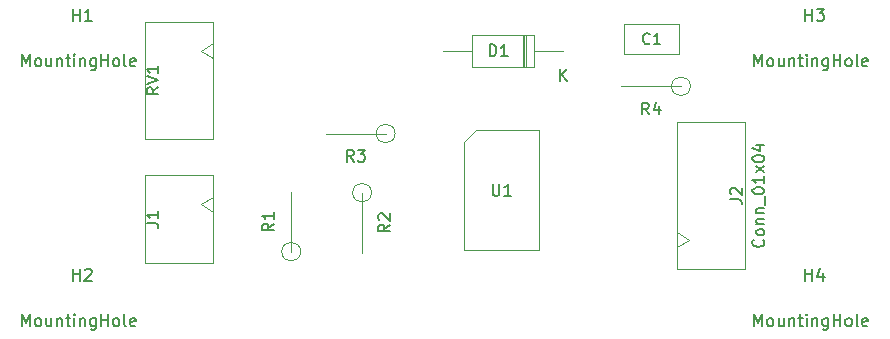
<source format=gbr>
%TF.GenerationSoftware,KiCad,Pcbnew,5.1.10-88a1d61d58~90~ubuntu20.04.1*%
%TF.CreationDate,2022-03-31T22:16:58+01:00*%
%TF.ProjectId,piezo_amplifier,7069657a-6f5f-4616-9d70-6c6966696572,rev?*%
%TF.SameCoordinates,Original*%
%TF.FileFunction,Other,Fab,Top*%
%FSLAX46Y46*%
G04 Gerber Fmt 4.6, Leading zero omitted, Abs format (unit mm)*
G04 Created by KiCad (PCBNEW 5.1.10-88a1d61d58~90~ubuntu20.04.1) date 2022-03-31 22:16:58*
%MOMM*%
%LPD*%
G01*
G04 APERTURE LIST*
%ADD10C,0.100000*%
%ADD11C,0.150000*%
%ADD12C,0.141000*%
G04 APERTURE END LIST*
D10*
%TO.C,R3*%
X97800000Y-117000000D02*
G75*
G03*
X97800000Y-117000000I-800000J0D01*
G01*
X97000000Y-117000000D02*
X91920000Y-117000000D01*
%TO.C,C1*%
X121850000Y-110250000D02*
X121850000Y-107750000D01*
X121850000Y-107750000D02*
X117150000Y-107750000D01*
X117150000Y-107750000D02*
X117150000Y-110250000D01*
X117150000Y-110250000D02*
X121850000Y-110250000D01*
%TO.C,D1*%
X109520000Y-111350000D02*
X109520000Y-108650000D01*
X109520000Y-108650000D02*
X104320000Y-108650000D01*
X104320000Y-108650000D02*
X104320000Y-111350000D01*
X104320000Y-111350000D02*
X109520000Y-111350000D01*
X112000000Y-110000000D02*
X109520000Y-110000000D01*
X101840000Y-110000000D02*
X104320000Y-110000000D01*
X108740000Y-111350000D02*
X108740000Y-108650000D01*
X108640000Y-111350000D02*
X108640000Y-108650000D01*
X108840000Y-111350000D02*
X108840000Y-108650000D01*
%TO.C,J1*%
X82350000Y-120550000D02*
X76600000Y-120550000D01*
X76600000Y-120550000D02*
X76600000Y-127950000D01*
X76600000Y-127950000D02*
X82350000Y-127950000D01*
X82350000Y-127950000D02*
X82350000Y-120550000D01*
X82350000Y-122375000D02*
X81350000Y-123000000D01*
X81350000Y-123000000D02*
X82350000Y-123625000D01*
%TO.C,J2*%
X121650000Y-128450000D02*
X127400000Y-128450000D01*
X127400000Y-128450000D02*
X127400000Y-116050000D01*
X127400000Y-116050000D02*
X121650000Y-116050000D01*
X121650000Y-116050000D02*
X121650000Y-128450000D01*
X121650000Y-126625000D02*
X122650000Y-126000000D01*
X122650000Y-126000000D02*
X121650000Y-125375000D01*
%TO.C,R1*%
X89000000Y-127000000D02*
X89000000Y-121920000D01*
X89800000Y-127000000D02*
G75*
G03*
X89800000Y-127000000I-800000J0D01*
G01*
%TO.C,R2*%
X95800000Y-122000000D02*
G75*
G03*
X95800000Y-122000000I-800000J0D01*
G01*
X95000000Y-122000000D02*
X95000000Y-127080000D01*
%TO.C,R4*%
X122000000Y-113000000D02*
X116920000Y-113000000D01*
X122800000Y-113000000D02*
G75*
G03*
X122800000Y-113000000I-800000J0D01*
G01*
%TO.C,RV1*%
X82350000Y-107550000D02*
X76600000Y-107550000D01*
X76600000Y-107550000D02*
X76600000Y-117450000D01*
X76600000Y-117450000D02*
X82350000Y-117450000D01*
X82350000Y-117450000D02*
X82350000Y-107550000D01*
X82350000Y-109375000D02*
X81350000Y-110000000D01*
X81350000Y-110000000D02*
X82350000Y-110625000D01*
%TO.C,U1*%
X104635000Y-116730000D02*
X109985000Y-116730000D01*
X109985000Y-116730000D02*
X109985000Y-126890000D01*
X109985000Y-126890000D02*
X103635000Y-126890000D01*
X103635000Y-126890000D02*
X103635000Y-117730000D01*
X103635000Y-117730000D02*
X104635000Y-116730000D01*
%TD*%
%TO.C,R3*%
D11*
X94293333Y-119372380D02*
X93960000Y-118896190D01*
X93721904Y-119372380D02*
X93721904Y-118372380D01*
X94102857Y-118372380D01*
X94198095Y-118420000D01*
X94245714Y-118467619D01*
X94293333Y-118562857D01*
X94293333Y-118705714D01*
X94245714Y-118800952D01*
X94198095Y-118848571D01*
X94102857Y-118896190D01*
X93721904Y-118896190D01*
X94626666Y-118372380D02*
X95245714Y-118372380D01*
X94912380Y-118753333D01*
X95055238Y-118753333D01*
X95150476Y-118800952D01*
X95198095Y-118848571D01*
X95245714Y-118943809D01*
X95245714Y-119181904D01*
X95198095Y-119277142D01*
X95150476Y-119324761D01*
X95055238Y-119372380D01*
X94769523Y-119372380D01*
X94674285Y-119324761D01*
X94626666Y-119277142D01*
%TO.C,C1*%
D12*
X119343333Y-109335714D02*
X119298571Y-109380476D01*
X119164285Y-109425238D01*
X119074761Y-109425238D01*
X118940476Y-109380476D01*
X118850952Y-109290952D01*
X118806190Y-109201428D01*
X118761428Y-109022380D01*
X118761428Y-108888095D01*
X118806190Y-108709047D01*
X118850952Y-108619523D01*
X118940476Y-108530000D01*
X119074761Y-108485238D01*
X119164285Y-108485238D01*
X119298571Y-108530000D01*
X119343333Y-108574761D01*
X120238571Y-109425238D02*
X119701428Y-109425238D01*
X119970000Y-109425238D02*
X119970000Y-108485238D01*
X119880476Y-108619523D01*
X119790952Y-108709047D01*
X119701428Y-108753809D01*
%TO.C,D1*%
D11*
X105791904Y-110452380D02*
X105791904Y-109452380D01*
X106030000Y-109452380D01*
X106172857Y-109500000D01*
X106268095Y-109595238D01*
X106315714Y-109690476D01*
X106363333Y-109880952D01*
X106363333Y-110023809D01*
X106315714Y-110214285D01*
X106268095Y-110309523D01*
X106172857Y-110404761D01*
X106030000Y-110452380D01*
X105791904Y-110452380D01*
X107315714Y-110452380D02*
X106744285Y-110452380D01*
X107030000Y-110452380D02*
X107030000Y-109452380D01*
X106934761Y-109595238D01*
X106839523Y-109690476D01*
X106744285Y-109738095D01*
X111738095Y-112552380D02*
X111738095Y-111552380D01*
X112309523Y-112552380D02*
X111880952Y-111980952D01*
X112309523Y-111552380D02*
X111738095Y-112123809D01*
%TO.C,H1*%
X66214285Y-111302380D02*
X66214285Y-110302380D01*
X66547619Y-111016666D01*
X66880952Y-110302380D01*
X66880952Y-111302380D01*
X67500000Y-111302380D02*
X67404761Y-111254761D01*
X67357142Y-111207142D01*
X67309523Y-111111904D01*
X67309523Y-110826190D01*
X67357142Y-110730952D01*
X67404761Y-110683333D01*
X67500000Y-110635714D01*
X67642857Y-110635714D01*
X67738095Y-110683333D01*
X67785714Y-110730952D01*
X67833333Y-110826190D01*
X67833333Y-111111904D01*
X67785714Y-111207142D01*
X67738095Y-111254761D01*
X67642857Y-111302380D01*
X67500000Y-111302380D01*
X68690476Y-110635714D02*
X68690476Y-111302380D01*
X68261904Y-110635714D02*
X68261904Y-111159523D01*
X68309523Y-111254761D01*
X68404761Y-111302380D01*
X68547619Y-111302380D01*
X68642857Y-111254761D01*
X68690476Y-111207142D01*
X69166666Y-110635714D02*
X69166666Y-111302380D01*
X69166666Y-110730952D02*
X69214285Y-110683333D01*
X69309523Y-110635714D01*
X69452380Y-110635714D01*
X69547619Y-110683333D01*
X69595238Y-110778571D01*
X69595238Y-111302380D01*
X69928571Y-110635714D02*
X70309523Y-110635714D01*
X70071428Y-110302380D02*
X70071428Y-111159523D01*
X70119047Y-111254761D01*
X70214285Y-111302380D01*
X70309523Y-111302380D01*
X70642857Y-111302380D02*
X70642857Y-110635714D01*
X70642857Y-110302380D02*
X70595238Y-110350000D01*
X70642857Y-110397619D01*
X70690476Y-110350000D01*
X70642857Y-110302380D01*
X70642857Y-110397619D01*
X71119047Y-110635714D02*
X71119047Y-111302380D01*
X71119047Y-110730952D02*
X71166666Y-110683333D01*
X71261904Y-110635714D01*
X71404761Y-110635714D01*
X71500000Y-110683333D01*
X71547619Y-110778571D01*
X71547619Y-111302380D01*
X72452380Y-110635714D02*
X72452380Y-111445238D01*
X72404761Y-111540476D01*
X72357142Y-111588095D01*
X72261904Y-111635714D01*
X72119047Y-111635714D01*
X72023809Y-111588095D01*
X72452380Y-111254761D02*
X72357142Y-111302380D01*
X72166666Y-111302380D01*
X72071428Y-111254761D01*
X72023809Y-111207142D01*
X71976190Y-111111904D01*
X71976190Y-110826190D01*
X72023809Y-110730952D01*
X72071428Y-110683333D01*
X72166666Y-110635714D01*
X72357142Y-110635714D01*
X72452380Y-110683333D01*
X72928571Y-111302380D02*
X72928571Y-110302380D01*
X72928571Y-110778571D02*
X73500000Y-110778571D01*
X73500000Y-111302380D02*
X73500000Y-110302380D01*
X74119047Y-111302380D02*
X74023809Y-111254761D01*
X73976190Y-111207142D01*
X73928571Y-111111904D01*
X73928571Y-110826190D01*
X73976190Y-110730952D01*
X74023809Y-110683333D01*
X74119047Y-110635714D01*
X74261904Y-110635714D01*
X74357142Y-110683333D01*
X74404761Y-110730952D01*
X74452380Y-110826190D01*
X74452380Y-111111904D01*
X74404761Y-111207142D01*
X74357142Y-111254761D01*
X74261904Y-111302380D01*
X74119047Y-111302380D01*
X75023809Y-111302380D02*
X74928571Y-111254761D01*
X74880952Y-111159523D01*
X74880952Y-110302380D01*
X75785714Y-111254761D02*
X75690476Y-111302380D01*
X75500000Y-111302380D01*
X75404761Y-111254761D01*
X75357142Y-111159523D01*
X75357142Y-110778571D01*
X75404761Y-110683333D01*
X75500000Y-110635714D01*
X75690476Y-110635714D01*
X75785714Y-110683333D01*
X75833333Y-110778571D01*
X75833333Y-110873809D01*
X75357142Y-110969047D01*
X70538095Y-107452380D02*
X70538095Y-106452380D01*
X70538095Y-106928571D02*
X71109523Y-106928571D01*
X71109523Y-107452380D02*
X71109523Y-106452380D01*
X72109523Y-107452380D02*
X71538095Y-107452380D01*
X71823809Y-107452380D02*
X71823809Y-106452380D01*
X71728571Y-106595238D01*
X71633333Y-106690476D01*
X71538095Y-106738095D01*
%TO.C,H2*%
X66214285Y-133302380D02*
X66214285Y-132302380D01*
X66547619Y-133016666D01*
X66880952Y-132302380D01*
X66880952Y-133302380D01*
X67500000Y-133302380D02*
X67404761Y-133254761D01*
X67357142Y-133207142D01*
X67309523Y-133111904D01*
X67309523Y-132826190D01*
X67357142Y-132730952D01*
X67404761Y-132683333D01*
X67500000Y-132635714D01*
X67642857Y-132635714D01*
X67738095Y-132683333D01*
X67785714Y-132730952D01*
X67833333Y-132826190D01*
X67833333Y-133111904D01*
X67785714Y-133207142D01*
X67738095Y-133254761D01*
X67642857Y-133302380D01*
X67500000Y-133302380D01*
X68690476Y-132635714D02*
X68690476Y-133302380D01*
X68261904Y-132635714D02*
X68261904Y-133159523D01*
X68309523Y-133254761D01*
X68404761Y-133302380D01*
X68547619Y-133302380D01*
X68642857Y-133254761D01*
X68690476Y-133207142D01*
X69166666Y-132635714D02*
X69166666Y-133302380D01*
X69166666Y-132730952D02*
X69214285Y-132683333D01*
X69309523Y-132635714D01*
X69452380Y-132635714D01*
X69547619Y-132683333D01*
X69595238Y-132778571D01*
X69595238Y-133302380D01*
X69928571Y-132635714D02*
X70309523Y-132635714D01*
X70071428Y-132302380D02*
X70071428Y-133159523D01*
X70119047Y-133254761D01*
X70214285Y-133302380D01*
X70309523Y-133302380D01*
X70642857Y-133302380D02*
X70642857Y-132635714D01*
X70642857Y-132302380D02*
X70595238Y-132350000D01*
X70642857Y-132397619D01*
X70690476Y-132350000D01*
X70642857Y-132302380D01*
X70642857Y-132397619D01*
X71119047Y-132635714D02*
X71119047Y-133302380D01*
X71119047Y-132730952D02*
X71166666Y-132683333D01*
X71261904Y-132635714D01*
X71404761Y-132635714D01*
X71500000Y-132683333D01*
X71547619Y-132778571D01*
X71547619Y-133302380D01*
X72452380Y-132635714D02*
X72452380Y-133445238D01*
X72404761Y-133540476D01*
X72357142Y-133588095D01*
X72261904Y-133635714D01*
X72119047Y-133635714D01*
X72023809Y-133588095D01*
X72452380Y-133254761D02*
X72357142Y-133302380D01*
X72166666Y-133302380D01*
X72071428Y-133254761D01*
X72023809Y-133207142D01*
X71976190Y-133111904D01*
X71976190Y-132826190D01*
X72023809Y-132730952D01*
X72071428Y-132683333D01*
X72166666Y-132635714D01*
X72357142Y-132635714D01*
X72452380Y-132683333D01*
X72928571Y-133302380D02*
X72928571Y-132302380D01*
X72928571Y-132778571D02*
X73500000Y-132778571D01*
X73500000Y-133302380D02*
X73500000Y-132302380D01*
X74119047Y-133302380D02*
X74023809Y-133254761D01*
X73976190Y-133207142D01*
X73928571Y-133111904D01*
X73928571Y-132826190D01*
X73976190Y-132730952D01*
X74023809Y-132683333D01*
X74119047Y-132635714D01*
X74261904Y-132635714D01*
X74357142Y-132683333D01*
X74404761Y-132730952D01*
X74452380Y-132826190D01*
X74452380Y-133111904D01*
X74404761Y-133207142D01*
X74357142Y-133254761D01*
X74261904Y-133302380D01*
X74119047Y-133302380D01*
X75023809Y-133302380D02*
X74928571Y-133254761D01*
X74880952Y-133159523D01*
X74880952Y-132302380D01*
X75785714Y-133254761D02*
X75690476Y-133302380D01*
X75500000Y-133302380D01*
X75404761Y-133254761D01*
X75357142Y-133159523D01*
X75357142Y-132778571D01*
X75404761Y-132683333D01*
X75500000Y-132635714D01*
X75690476Y-132635714D01*
X75785714Y-132683333D01*
X75833333Y-132778571D01*
X75833333Y-132873809D01*
X75357142Y-132969047D01*
X70538095Y-129452380D02*
X70538095Y-128452380D01*
X70538095Y-128928571D02*
X71109523Y-128928571D01*
X71109523Y-129452380D02*
X71109523Y-128452380D01*
X71538095Y-128547619D02*
X71585714Y-128500000D01*
X71680952Y-128452380D01*
X71919047Y-128452380D01*
X72014285Y-128500000D01*
X72061904Y-128547619D01*
X72109523Y-128642857D01*
X72109523Y-128738095D01*
X72061904Y-128880952D01*
X71490476Y-129452380D01*
X72109523Y-129452380D01*
%TO.C,H3*%
X128214285Y-111302380D02*
X128214285Y-110302380D01*
X128547619Y-111016666D01*
X128880952Y-110302380D01*
X128880952Y-111302380D01*
X129500000Y-111302380D02*
X129404761Y-111254761D01*
X129357142Y-111207142D01*
X129309523Y-111111904D01*
X129309523Y-110826190D01*
X129357142Y-110730952D01*
X129404761Y-110683333D01*
X129500000Y-110635714D01*
X129642857Y-110635714D01*
X129738095Y-110683333D01*
X129785714Y-110730952D01*
X129833333Y-110826190D01*
X129833333Y-111111904D01*
X129785714Y-111207142D01*
X129738095Y-111254761D01*
X129642857Y-111302380D01*
X129500000Y-111302380D01*
X130690476Y-110635714D02*
X130690476Y-111302380D01*
X130261904Y-110635714D02*
X130261904Y-111159523D01*
X130309523Y-111254761D01*
X130404761Y-111302380D01*
X130547619Y-111302380D01*
X130642857Y-111254761D01*
X130690476Y-111207142D01*
X131166666Y-110635714D02*
X131166666Y-111302380D01*
X131166666Y-110730952D02*
X131214285Y-110683333D01*
X131309523Y-110635714D01*
X131452380Y-110635714D01*
X131547619Y-110683333D01*
X131595238Y-110778571D01*
X131595238Y-111302380D01*
X131928571Y-110635714D02*
X132309523Y-110635714D01*
X132071428Y-110302380D02*
X132071428Y-111159523D01*
X132119047Y-111254761D01*
X132214285Y-111302380D01*
X132309523Y-111302380D01*
X132642857Y-111302380D02*
X132642857Y-110635714D01*
X132642857Y-110302380D02*
X132595238Y-110350000D01*
X132642857Y-110397619D01*
X132690476Y-110350000D01*
X132642857Y-110302380D01*
X132642857Y-110397619D01*
X133119047Y-110635714D02*
X133119047Y-111302380D01*
X133119047Y-110730952D02*
X133166666Y-110683333D01*
X133261904Y-110635714D01*
X133404761Y-110635714D01*
X133500000Y-110683333D01*
X133547619Y-110778571D01*
X133547619Y-111302380D01*
X134452380Y-110635714D02*
X134452380Y-111445238D01*
X134404761Y-111540476D01*
X134357142Y-111588095D01*
X134261904Y-111635714D01*
X134119047Y-111635714D01*
X134023809Y-111588095D01*
X134452380Y-111254761D02*
X134357142Y-111302380D01*
X134166666Y-111302380D01*
X134071428Y-111254761D01*
X134023809Y-111207142D01*
X133976190Y-111111904D01*
X133976190Y-110826190D01*
X134023809Y-110730952D01*
X134071428Y-110683333D01*
X134166666Y-110635714D01*
X134357142Y-110635714D01*
X134452380Y-110683333D01*
X134928571Y-111302380D02*
X134928571Y-110302380D01*
X134928571Y-110778571D02*
X135500000Y-110778571D01*
X135500000Y-111302380D02*
X135500000Y-110302380D01*
X136119047Y-111302380D02*
X136023809Y-111254761D01*
X135976190Y-111207142D01*
X135928571Y-111111904D01*
X135928571Y-110826190D01*
X135976190Y-110730952D01*
X136023809Y-110683333D01*
X136119047Y-110635714D01*
X136261904Y-110635714D01*
X136357142Y-110683333D01*
X136404761Y-110730952D01*
X136452380Y-110826190D01*
X136452380Y-111111904D01*
X136404761Y-111207142D01*
X136357142Y-111254761D01*
X136261904Y-111302380D01*
X136119047Y-111302380D01*
X137023809Y-111302380D02*
X136928571Y-111254761D01*
X136880952Y-111159523D01*
X136880952Y-110302380D01*
X137785714Y-111254761D02*
X137690476Y-111302380D01*
X137500000Y-111302380D01*
X137404761Y-111254761D01*
X137357142Y-111159523D01*
X137357142Y-110778571D01*
X137404761Y-110683333D01*
X137500000Y-110635714D01*
X137690476Y-110635714D01*
X137785714Y-110683333D01*
X137833333Y-110778571D01*
X137833333Y-110873809D01*
X137357142Y-110969047D01*
X132538095Y-107452380D02*
X132538095Y-106452380D01*
X132538095Y-106928571D02*
X133109523Y-106928571D01*
X133109523Y-107452380D02*
X133109523Y-106452380D01*
X133490476Y-106452380D02*
X134109523Y-106452380D01*
X133776190Y-106833333D01*
X133919047Y-106833333D01*
X134014285Y-106880952D01*
X134061904Y-106928571D01*
X134109523Y-107023809D01*
X134109523Y-107261904D01*
X134061904Y-107357142D01*
X134014285Y-107404761D01*
X133919047Y-107452380D01*
X133633333Y-107452380D01*
X133538095Y-107404761D01*
X133490476Y-107357142D01*
%TO.C,H4*%
X128214285Y-133302380D02*
X128214285Y-132302380D01*
X128547619Y-133016666D01*
X128880952Y-132302380D01*
X128880952Y-133302380D01*
X129500000Y-133302380D02*
X129404761Y-133254761D01*
X129357142Y-133207142D01*
X129309523Y-133111904D01*
X129309523Y-132826190D01*
X129357142Y-132730952D01*
X129404761Y-132683333D01*
X129500000Y-132635714D01*
X129642857Y-132635714D01*
X129738095Y-132683333D01*
X129785714Y-132730952D01*
X129833333Y-132826190D01*
X129833333Y-133111904D01*
X129785714Y-133207142D01*
X129738095Y-133254761D01*
X129642857Y-133302380D01*
X129500000Y-133302380D01*
X130690476Y-132635714D02*
X130690476Y-133302380D01*
X130261904Y-132635714D02*
X130261904Y-133159523D01*
X130309523Y-133254761D01*
X130404761Y-133302380D01*
X130547619Y-133302380D01*
X130642857Y-133254761D01*
X130690476Y-133207142D01*
X131166666Y-132635714D02*
X131166666Y-133302380D01*
X131166666Y-132730952D02*
X131214285Y-132683333D01*
X131309523Y-132635714D01*
X131452380Y-132635714D01*
X131547619Y-132683333D01*
X131595238Y-132778571D01*
X131595238Y-133302380D01*
X131928571Y-132635714D02*
X132309523Y-132635714D01*
X132071428Y-132302380D02*
X132071428Y-133159523D01*
X132119047Y-133254761D01*
X132214285Y-133302380D01*
X132309523Y-133302380D01*
X132642857Y-133302380D02*
X132642857Y-132635714D01*
X132642857Y-132302380D02*
X132595238Y-132350000D01*
X132642857Y-132397619D01*
X132690476Y-132350000D01*
X132642857Y-132302380D01*
X132642857Y-132397619D01*
X133119047Y-132635714D02*
X133119047Y-133302380D01*
X133119047Y-132730952D02*
X133166666Y-132683333D01*
X133261904Y-132635714D01*
X133404761Y-132635714D01*
X133500000Y-132683333D01*
X133547619Y-132778571D01*
X133547619Y-133302380D01*
X134452380Y-132635714D02*
X134452380Y-133445238D01*
X134404761Y-133540476D01*
X134357142Y-133588095D01*
X134261904Y-133635714D01*
X134119047Y-133635714D01*
X134023809Y-133588095D01*
X134452380Y-133254761D02*
X134357142Y-133302380D01*
X134166666Y-133302380D01*
X134071428Y-133254761D01*
X134023809Y-133207142D01*
X133976190Y-133111904D01*
X133976190Y-132826190D01*
X134023809Y-132730952D01*
X134071428Y-132683333D01*
X134166666Y-132635714D01*
X134357142Y-132635714D01*
X134452380Y-132683333D01*
X134928571Y-133302380D02*
X134928571Y-132302380D01*
X134928571Y-132778571D02*
X135500000Y-132778571D01*
X135500000Y-133302380D02*
X135500000Y-132302380D01*
X136119047Y-133302380D02*
X136023809Y-133254761D01*
X135976190Y-133207142D01*
X135928571Y-133111904D01*
X135928571Y-132826190D01*
X135976190Y-132730952D01*
X136023809Y-132683333D01*
X136119047Y-132635714D01*
X136261904Y-132635714D01*
X136357142Y-132683333D01*
X136404761Y-132730952D01*
X136452380Y-132826190D01*
X136452380Y-133111904D01*
X136404761Y-133207142D01*
X136357142Y-133254761D01*
X136261904Y-133302380D01*
X136119047Y-133302380D01*
X137023809Y-133302380D02*
X136928571Y-133254761D01*
X136880952Y-133159523D01*
X136880952Y-132302380D01*
X137785714Y-133254761D02*
X137690476Y-133302380D01*
X137500000Y-133302380D01*
X137404761Y-133254761D01*
X137357142Y-133159523D01*
X137357142Y-132778571D01*
X137404761Y-132683333D01*
X137500000Y-132635714D01*
X137690476Y-132635714D01*
X137785714Y-132683333D01*
X137833333Y-132778571D01*
X137833333Y-132873809D01*
X137357142Y-132969047D01*
X132538095Y-129452380D02*
X132538095Y-128452380D01*
X132538095Y-128928571D02*
X133109523Y-128928571D01*
X133109523Y-129452380D02*
X133109523Y-128452380D01*
X134014285Y-128785714D02*
X134014285Y-129452380D01*
X133776190Y-128404761D02*
X133538095Y-129119047D01*
X134157142Y-129119047D01*
%TO.C,J1*%
X76752380Y-124583333D02*
X77466666Y-124583333D01*
X77609523Y-124630952D01*
X77704761Y-124726190D01*
X77752380Y-124869047D01*
X77752380Y-124964285D01*
X77752380Y-123583333D02*
X77752380Y-124154761D01*
X77752380Y-123869047D02*
X76752380Y-123869047D01*
X76895238Y-123964285D01*
X76990476Y-124059523D01*
X77038095Y-124154761D01*
%TO.C,J2*%
X128957142Y-125988095D02*
X129004761Y-126035714D01*
X129052380Y-126178571D01*
X129052380Y-126273809D01*
X129004761Y-126416666D01*
X128909523Y-126511904D01*
X128814285Y-126559523D01*
X128623809Y-126607142D01*
X128480952Y-126607142D01*
X128290476Y-126559523D01*
X128195238Y-126511904D01*
X128100000Y-126416666D01*
X128052380Y-126273809D01*
X128052380Y-126178571D01*
X128100000Y-126035714D01*
X128147619Y-125988095D01*
X129052380Y-125416666D02*
X129004761Y-125511904D01*
X128957142Y-125559523D01*
X128861904Y-125607142D01*
X128576190Y-125607142D01*
X128480952Y-125559523D01*
X128433333Y-125511904D01*
X128385714Y-125416666D01*
X128385714Y-125273809D01*
X128433333Y-125178571D01*
X128480952Y-125130952D01*
X128576190Y-125083333D01*
X128861904Y-125083333D01*
X128957142Y-125130952D01*
X129004761Y-125178571D01*
X129052380Y-125273809D01*
X129052380Y-125416666D01*
X128385714Y-124654761D02*
X129052380Y-124654761D01*
X128480952Y-124654761D02*
X128433333Y-124607142D01*
X128385714Y-124511904D01*
X128385714Y-124369047D01*
X128433333Y-124273809D01*
X128528571Y-124226190D01*
X129052380Y-124226190D01*
X128385714Y-123750000D02*
X129052380Y-123750000D01*
X128480952Y-123750000D02*
X128433333Y-123702380D01*
X128385714Y-123607142D01*
X128385714Y-123464285D01*
X128433333Y-123369047D01*
X128528571Y-123321428D01*
X129052380Y-123321428D01*
X129147619Y-123083333D02*
X129147619Y-122321428D01*
X128052380Y-121892857D02*
X128052380Y-121797619D01*
X128100000Y-121702380D01*
X128147619Y-121654761D01*
X128242857Y-121607142D01*
X128433333Y-121559523D01*
X128671428Y-121559523D01*
X128861904Y-121607142D01*
X128957142Y-121654761D01*
X129004761Y-121702380D01*
X129052380Y-121797619D01*
X129052380Y-121892857D01*
X129004761Y-121988095D01*
X128957142Y-122035714D01*
X128861904Y-122083333D01*
X128671428Y-122130952D01*
X128433333Y-122130952D01*
X128242857Y-122083333D01*
X128147619Y-122035714D01*
X128100000Y-121988095D01*
X128052380Y-121892857D01*
X129052380Y-120607142D02*
X129052380Y-121178571D01*
X129052380Y-120892857D02*
X128052380Y-120892857D01*
X128195238Y-120988095D01*
X128290476Y-121083333D01*
X128338095Y-121178571D01*
X129052380Y-120273809D02*
X128385714Y-119750000D01*
X128385714Y-120273809D02*
X129052380Y-119750000D01*
X128052380Y-119178571D02*
X128052380Y-119083333D01*
X128100000Y-118988095D01*
X128147619Y-118940476D01*
X128242857Y-118892857D01*
X128433333Y-118845238D01*
X128671428Y-118845238D01*
X128861904Y-118892857D01*
X128957142Y-118940476D01*
X129004761Y-118988095D01*
X129052380Y-119083333D01*
X129052380Y-119178571D01*
X129004761Y-119273809D01*
X128957142Y-119321428D01*
X128861904Y-119369047D01*
X128671428Y-119416666D01*
X128433333Y-119416666D01*
X128242857Y-119369047D01*
X128147619Y-119321428D01*
X128100000Y-119273809D01*
X128052380Y-119178571D01*
X128385714Y-117988095D02*
X129052380Y-117988095D01*
X128004761Y-118226190D02*
X128719047Y-118464285D01*
X128719047Y-117845238D01*
X126152380Y-122583333D02*
X126866666Y-122583333D01*
X127009523Y-122630952D01*
X127104761Y-122726190D01*
X127152380Y-122869047D01*
X127152380Y-122964285D01*
X126247619Y-122154761D02*
X126200000Y-122107142D01*
X126152380Y-122011904D01*
X126152380Y-121773809D01*
X126200000Y-121678571D01*
X126247619Y-121630952D01*
X126342857Y-121583333D01*
X126438095Y-121583333D01*
X126580952Y-121630952D01*
X127152380Y-122202380D01*
X127152380Y-121583333D01*
%TO.C,R1*%
X87532380Y-124626666D02*
X87056190Y-124960000D01*
X87532380Y-125198095D02*
X86532380Y-125198095D01*
X86532380Y-124817142D01*
X86580000Y-124721904D01*
X86627619Y-124674285D01*
X86722857Y-124626666D01*
X86865714Y-124626666D01*
X86960952Y-124674285D01*
X87008571Y-124721904D01*
X87056190Y-124817142D01*
X87056190Y-125198095D01*
X87532380Y-123674285D02*
X87532380Y-124245714D01*
X87532380Y-123960000D02*
X86532380Y-123960000D01*
X86675238Y-124055238D01*
X86770476Y-124150476D01*
X86818095Y-124245714D01*
%TO.C,R2*%
X97372380Y-124706666D02*
X96896190Y-125040000D01*
X97372380Y-125278095D02*
X96372380Y-125278095D01*
X96372380Y-124897142D01*
X96420000Y-124801904D01*
X96467619Y-124754285D01*
X96562857Y-124706666D01*
X96705714Y-124706666D01*
X96800952Y-124754285D01*
X96848571Y-124801904D01*
X96896190Y-124897142D01*
X96896190Y-125278095D01*
X96467619Y-124325714D02*
X96420000Y-124278095D01*
X96372380Y-124182857D01*
X96372380Y-123944761D01*
X96420000Y-123849523D01*
X96467619Y-123801904D01*
X96562857Y-123754285D01*
X96658095Y-123754285D01*
X96800952Y-123801904D01*
X97372380Y-124373333D01*
X97372380Y-123754285D01*
%TO.C,R4*%
X119293333Y-115372380D02*
X118960000Y-114896190D01*
X118721904Y-115372380D02*
X118721904Y-114372380D01*
X119102857Y-114372380D01*
X119198095Y-114420000D01*
X119245714Y-114467619D01*
X119293333Y-114562857D01*
X119293333Y-114705714D01*
X119245714Y-114800952D01*
X119198095Y-114848571D01*
X119102857Y-114896190D01*
X118721904Y-114896190D01*
X120150476Y-114705714D02*
X120150476Y-115372380D01*
X119912380Y-114324761D02*
X119674285Y-115039047D01*
X120293333Y-115039047D01*
%TO.C,RV1*%
X77752380Y-113095238D02*
X77276190Y-113428571D01*
X77752380Y-113666666D02*
X76752380Y-113666666D01*
X76752380Y-113285714D01*
X76800000Y-113190476D01*
X76847619Y-113142857D01*
X76942857Y-113095238D01*
X77085714Y-113095238D01*
X77180952Y-113142857D01*
X77228571Y-113190476D01*
X77276190Y-113285714D01*
X77276190Y-113666666D01*
X76752380Y-112809523D02*
X77752380Y-112476190D01*
X76752380Y-112142857D01*
X77752380Y-111285714D02*
X77752380Y-111857142D01*
X77752380Y-111571428D02*
X76752380Y-111571428D01*
X76895238Y-111666666D01*
X76990476Y-111761904D01*
X77038095Y-111857142D01*
%TO.C,U1*%
X106048095Y-121262380D02*
X106048095Y-122071904D01*
X106095714Y-122167142D01*
X106143333Y-122214761D01*
X106238571Y-122262380D01*
X106429047Y-122262380D01*
X106524285Y-122214761D01*
X106571904Y-122167142D01*
X106619523Y-122071904D01*
X106619523Y-121262380D01*
X107619523Y-122262380D02*
X107048095Y-122262380D01*
X107333809Y-122262380D02*
X107333809Y-121262380D01*
X107238571Y-121405238D01*
X107143333Y-121500476D01*
X107048095Y-121548095D01*
%TD*%
M02*

</source>
